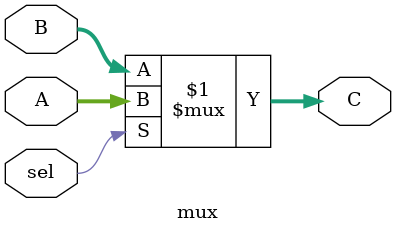
<source format=v>
module mux #(
    parameter WIDTH=32
) (
    input sel,
    input [WIDTH-1:0]A,
    input [WIDTH-1:0]B,
    output[WIDTH-1:0]C
);
    assign C=sel?A:B;
endmodule

</source>
